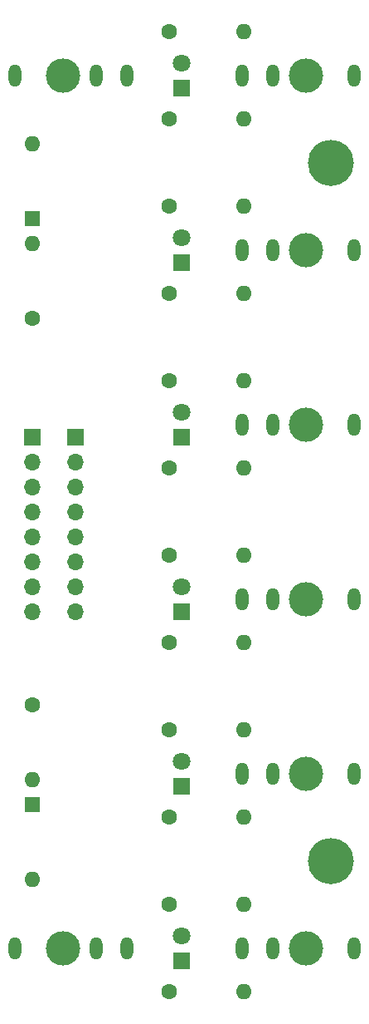
<source format=gbr>
G04 #@! TF.GenerationSoftware,KiCad,Pcbnew,(5.1.9)-1*
G04 #@! TF.CreationDate,2021-04-27T02:12:15+02:00*
G04 #@! TF.ProjectId,Clock Divider Control,436c6f63-6b20-4446-9976-696465722043,rev?*
G04 #@! TF.SameCoordinates,Original*
G04 #@! TF.FileFunction,Soldermask,Top*
G04 #@! TF.FilePolarity,Negative*
%FSLAX46Y46*%
G04 Gerber Fmt 4.6, Leading zero omitted, Abs format (unit mm)*
G04 Created by KiCad (PCBNEW (5.1.9)-1) date 2021-04-27 02:12:15*
%MOMM*%
%LPD*%
G01*
G04 APERTURE LIST*
%ADD10C,4.700000*%
%ADD11O,1.700000X1.700000*%
%ADD12R,1.700000X1.700000*%
%ADD13O,1.600000X1.600000*%
%ADD14C,1.600000*%
%ADD15O,1.300000X2.300000*%
%ADD16C,3.500000*%
%ADD17C,1.800000*%
%ADD18R,1.800000X1.800000*%
%ADD19R,1.600000X1.600000*%
G04 APERTURE END LIST*
D10*
G04 #@! TO.C,H2*
X34290000Y-86360000D03*
G04 #@! TD*
G04 #@! TO.C,H1*
X34290000Y-15240000D03*
G04 #@! TD*
D11*
G04 #@! TO.C,J10*
X8255000Y-60960000D03*
X8255000Y-58420000D03*
X8255000Y-55880000D03*
X8255000Y-53340000D03*
X8255000Y-50800000D03*
X8255000Y-48260000D03*
X8255000Y-45720000D03*
D12*
X8255000Y-43180000D03*
G04 #@! TD*
D11*
G04 #@! TO.C,J3*
X3810000Y-60960000D03*
X3810000Y-58420000D03*
X3810000Y-55880000D03*
X3810000Y-53340000D03*
X3810000Y-50800000D03*
X3810000Y-48260000D03*
X3810000Y-45720000D03*
D12*
X3810000Y-43180000D03*
G04 #@! TD*
D13*
G04 #@! TO.C,R29*
X25400000Y-1905000D03*
D14*
X17780000Y-1905000D03*
G04 #@! TD*
D13*
G04 #@! TO.C,R28*
X25400000Y-10795000D03*
D14*
X17780000Y-10795000D03*
G04 #@! TD*
D15*
G04 #@! TO.C,J9*
X36670000Y-6350000D03*
X28370000Y-6350000D03*
X25270000Y-6350000D03*
D16*
X31750000Y-6350000D03*
G04 #@! TD*
D17*
G04 #@! TO.C,D9*
X19050000Y-5080000D03*
D18*
X19050000Y-7620000D03*
G04 #@! TD*
D15*
G04 #@! TO.C,J8*
X36670000Y-95250000D03*
X28370000Y-95250000D03*
X25270000Y-95250000D03*
D16*
X31750000Y-95250000D03*
G04 #@! TD*
D15*
G04 #@! TO.C,J7*
X36670000Y-77470000D03*
X28370000Y-77470000D03*
X25270000Y-77470000D03*
D16*
X31750000Y-77470000D03*
G04 #@! TD*
D15*
G04 #@! TO.C,J6*
X36670000Y-59690000D03*
X28370000Y-59690000D03*
X25270000Y-59690000D03*
D16*
X31750000Y-59690000D03*
G04 #@! TD*
D15*
G04 #@! TO.C,J5*
X36670000Y-41910000D03*
X28370000Y-41910000D03*
X25270000Y-41910000D03*
D16*
X31750000Y-41910000D03*
G04 #@! TD*
D15*
G04 #@! TO.C,J4*
X36670000Y-24130000D03*
X28370000Y-24130000D03*
X25270000Y-24130000D03*
D16*
X31750000Y-24130000D03*
G04 #@! TD*
D15*
G04 #@! TO.C,J2*
X2065000Y-95250000D03*
X10365000Y-95250000D03*
X13465000Y-95250000D03*
D16*
X6985000Y-95250000D03*
G04 #@! TD*
D15*
G04 #@! TO.C,J1*
X2065000Y-6350000D03*
X10365000Y-6350000D03*
X13465000Y-6350000D03*
D16*
X6985000Y-6350000D03*
G04 #@! TD*
D17*
G04 #@! TO.C,D8*
X19050000Y-93980000D03*
D18*
X19050000Y-96520000D03*
G04 #@! TD*
D17*
G04 #@! TO.C,D7*
X19050000Y-76200000D03*
D18*
X19050000Y-78740000D03*
G04 #@! TD*
D17*
G04 #@! TO.C,D6*
X19050000Y-58420000D03*
D18*
X19050000Y-60960000D03*
G04 #@! TD*
D17*
G04 #@! TO.C,D5*
X19050000Y-40640000D03*
D18*
X19050000Y-43180000D03*
G04 #@! TD*
D17*
G04 #@! TO.C,D4*
X19050000Y-22860000D03*
D18*
X19050000Y-25400000D03*
G04 #@! TD*
D13*
G04 #@! TO.C,R26*
X25400000Y-90805000D03*
D14*
X17780000Y-90805000D03*
G04 #@! TD*
D13*
G04 #@! TO.C,R25*
X25400000Y-99695000D03*
D14*
X17780000Y-99695000D03*
G04 #@! TD*
D13*
G04 #@! TO.C,R24*
X25400000Y-73025000D03*
D14*
X17780000Y-73025000D03*
G04 #@! TD*
D13*
G04 #@! TO.C,R23*
X25400000Y-81915000D03*
D14*
X17780000Y-81915000D03*
G04 #@! TD*
D13*
G04 #@! TO.C,R22*
X25400000Y-55245000D03*
D14*
X17780000Y-55245000D03*
G04 #@! TD*
D13*
G04 #@! TO.C,R21*
X25400000Y-64135000D03*
D14*
X17780000Y-64135000D03*
G04 #@! TD*
D13*
G04 #@! TO.C,R20*
X25400000Y-37465000D03*
D14*
X17780000Y-37465000D03*
G04 #@! TD*
D13*
G04 #@! TO.C,R19*
X25400000Y-46355000D03*
D14*
X17780000Y-46355000D03*
G04 #@! TD*
D13*
G04 #@! TO.C,R18*
X25400000Y-19685000D03*
D14*
X17780000Y-19685000D03*
G04 #@! TD*
D13*
G04 #@! TO.C,R17*
X25400000Y-28575000D03*
D14*
X17780000Y-28575000D03*
G04 #@! TD*
D13*
G04 #@! TO.C,R4*
X3810000Y-78105000D03*
D14*
X3810000Y-70485000D03*
G04 #@! TD*
D13*
G04 #@! TO.C,R3*
X3810000Y-23495000D03*
D14*
X3810000Y-31115000D03*
G04 #@! TD*
D13*
G04 #@! TO.C,D2*
X3810000Y-88265000D03*
D19*
X3810000Y-80645000D03*
G04 #@! TD*
D13*
G04 #@! TO.C,D1*
X3810000Y-13335000D03*
D19*
X3810000Y-20955000D03*
G04 #@! TD*
M02*

</source>
